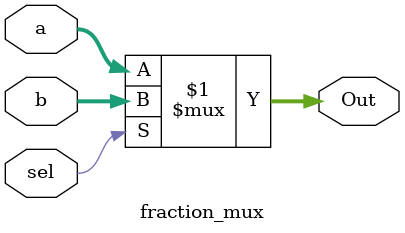
<source format=v>
`timescale 1ns / 1ps
module fraction_mux(
    input [23:0] a,
    input [23:0] b,
    input sel,
    output [23:0] Out
    );
	assign Out = (sel) ? b : a;
endmodule

</source>
